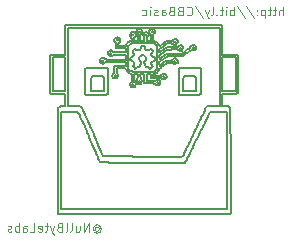
<source format=gbr>
G04 #@! TF.GenerationSoftware,KiCad,Pcbnew,(5.99.0-7341-g916db1094)*
G04 #@! TF.CreationDate,2020-12-04T14:01:58-06:00*
G04 #@! TF.ProjectId,CircuitBrains Basic v1_2,43697263-7569-4744-9272-61696e732042,rev?*
G04 #@! TF.SameCoordinates,Original*
G04 #@! TF.FileFunction,Legend,Bot*
G04 #@! TF.FilePolarity,Positive*
%FSLAX46Y46*%
G04 Gerber Fmt 4.6, Leading zero omitted, Abs format (unit mm)*
G04 Created by KiCad (PCBNEW (5.99.0-7341-g916db1094)) date 2020-12-04 14:01:58*
%MOMM*%
%LPD*%
G01*
G04 APERTURE LIST*
%ADD10C,0.200000*%
%ADD11C,0.120000*%
G04 APERTURE END LIST*
D10*
X95422191Y-103955406D02*
X95412427Y-103919292D01*
X101845172Y-95872019D02*
X101895401Y-95833491D01*
X99122645Y-95237935D02*
X99067084Y-95286160D01*
X102325518Y-97075628D02*
X102116711Y-97071549D01*
X102013070Y-97092188D01*
X101349347Y-96182228D02*
X101401046Y-96205459D01*
X95922295Y-103989013D02*
X95932456Y-104025128D01*
X96277892Y-104833372D02*
X96306677Y-104902520D01*
X95123378Y-98103821D02*
X95157889Y-98071582D01*
X103900941Y-104385759D02*
X103909341Y-104372289D01*
X104123128Y-96583819D02*
X104098689Y-96567613D01*
X102845811Y-96889633D02*
X103240913Y-96896847D01*
X101283652Y-98356107D02*
X101144316Y-98504984D01*
X100944756Y-98584259D01*
X100897769Y-98590661D01*
X99567191Y-95793545D02*
X99567191Y-95527602D01*
X99282749Y-99656376D02*
X99244820Y-99684126D01*
X99480950Y-99377076D02*
X99444832Y-99331857D01*
X96013419Y-104216665D02*
X96068859Y-104344456D01*
X99022634Y-98596289D02*
X98986519Y-98590545D01*
X103414788Y-105418694D02*
X103423113Y-105393689D01*
X99618543Y-99232629D02*
X99715981Y-99224491D01*
X104123189Y-103926642D02*
X104134302Y-103916671D01*
X101411704Y-98103026D02*
X101384770Y-98126677D01*
X99235517Y-96955344D02*
X99168024Y-96755975D01*
X99145588Y-96726986D01*
X99409538Y-95026790D02*
X99435095Y-94915667D01*
X97957346Y-98098224D02*
X97765828Y-98106325D01*
X98544804Y-98143956D02*
X98342004Y-98111918D01*
X107448567Y-100064431D02*
X107448567Y-100064431D01*
X101004238Y-98354388D02*
X101140058Y-98202355D01*
X101155540Y-98149370D01*
X101961353Y-97129804D02*
X101822855Y-97236361D01*
X101958147Y-96868403D02*
X102204425Y-96875411D01*
X100770106Y-97890982D02*
X100791287Y-97915983D01*
X94999967Y-101855557D02*
X95011079Y-101871964D01*
X102989739Y-100295061D02*
X102989739Y-99215562D01*
X98097528Y-97589599D02*
X97890102Y-97586313D01*
X97685714Y-97583108D01*
X97480113Y-97579908D01*
X97268332Y-97576644D01*
X97222431Y-97575944D01*
X101145097Y-99305051D02*
X101238644Y-99342759D01*
X103800897Y-105604851D02*
X103739780Y-105743173D01*
X100605368Y-95232718D02*
X100542008Y-95177408D01*
X101538693Y-98010243D02*
X101485985Y-98049365D01*
X103017206Y-100322527D02*
X102989739Y-100295061D01*
X104461724Y-103233280D02*
X104550240Y-103050361D01*
X104644347Y-102854429D01*
X104734160Y-102666552D01*
X96112331Y-104441538D02*
X96122319Y-104477654D01*
X95222168Y-103467045D02*
X95211056Y-103449927D01*
X98544798Y-96975241D02*
X98025296Y-96964257D01*
X107123531Y-109992363D02*
X107123718Y-108557462D01*
X106703899Y-100803901D02*
X106706780Y-101333078D01*
X101403388Y-96743321D02*
X101444602Y-96715860D01*
X100300482Y-99193928D02*
X100639406Y-99193928D01*
X100716087Y-97049869D02*
X100828400Y-97120269D01*
X98947070Y-96015799D02*
X98788354Y-96139420D01*
X97179442Y-97076447D02*
X97027362Y-96937764D01*
X97011587Y-96896446D01*
X95473273Y-104068108D02*
X95444416Y-103987546D01*
X97566913Y-97960235D02*
X97599716Y-97925912D01*
X101861070Y-97768956D02*
X101761742Y-97843294D01*
X95211056Y-103449927D02*
X95199943Y-103437412D01*
X100723181Y-97552064D02*
X100711713Y-97571507D01*
X97686931Y-98758325D02*
X97616923Y-98682762D01*
X101540504Y-96888103D02*
X101505870Y-96915884D01*
X103058763Y-98071582D02*
X103956833Y-98071582D01*
X93599812Y-94737914D02*
X93599812Y-98038280D01*
X96448095Y-105226025D02*
X96487105Y-105328813D01*
X99158760Y-95322477D02*
X99122645Y-95237935D01*
X104413237Y-100037294D02*
X104380997Y-100071804D01*
X101584623Y-97415953D02*
X101561309Y-97429840D01*
X92136306Y-97015935D02*
X92335296Y-96971899D01*
X92431021Y-96971486D01*
X99822735Y-97601995D02*
X99783844Y-97717686D01*
X99913121Y-94966559D02*
X99908313Y-95095182D01*
X98544799Y-97757554D02*
X98544799Y-97596723D01*
X95733337Y-104672295D02*
X95722225Y-104650728D01*
X99122645Y-95337240D02*
X99158760Y-95322477D01*
X97027968Y-110024354D02*
X97340494Y-110023607D01*
X97657775Y-110022825D01*
X97977590Y-110022013D01*
X98297722Y-110021178D01*
X98615952Y-110020326D01*
X98930059Y-110019464D01*
X99237825Y-110018598D01*
X99537031Y-110017735D01*
X99825457Y-110016882D01*
X100100886Y-110016043D01*
X100361097Y-110015228D01*
X100603872Y-110014440D01*
X100826991Y-110013688D01*
X101028235Y-110012977D01*
X101284233Y-110012003D01*
X101356225Y-110011707D01*
X101935686Y-97460399D02*
X102184711Y-97460399D01*
X95157889Y-98071582D02*
X96055960Y-98071582D01*
X101322894Y-96109054D02*
X101332547Y-96131566D01*
X97637125Y-105573863D02*
X97859043Y-105574349D01*
X98088653Y-105575086D01*
X98319314Y-105576036D01*
X98544388Y-105577166D01*
X98757233Y-105578441D01*
X98995977Y-105580185D01*
X99225296Y-105582409D01*
X99256000Y-105582786D01*
X100645121Y-95523817D02*
X100645121Y-95254091D01*
X96602921Y-97500493D02*
X96602921Y-97500493D01*
X99246783Y-95507003D02*
X99226152Y-95515738D01*
X100567281Y-99393945D02*
X100168840Y-99393945D01*
X105556734Y-101967086D02*
X105467013Y-102151419D01*
X105446458Y-102194888D01*
X99756110Y-95259822D02*
X99756110Y-95526682D01*
X104305590Y-104567270D02*
X104245387Y-104703397D01*
X107357445Y-101445157D02*
X107383799Y-101487797D01*
X100844987Y-98738289D02*
X101161152Y-98738289D01*
X98544798Y-96606314D02*
X98544798Y-96441195D01*
X92150293Y-100243705D02*
X92121876Y-100213043D01*
X101716544Y-96510055D02*
X101789577Y-96454860D01*
X98571405Y-96146347D02*
X98668450Y-95969654D01*
X98839629Y-95843852D01*
X98958777Y-95805676D01*
X103334583Y-97096637D02*
X102975988Y-97089715D01*
X101606227Y-96593626D02*
X101622970Y-96585291D01*
X102933708Y-95812433D02*
X102933895Y-95912444D01*
X103760708Y-104689091D02*
X103849605Y-104505216D01*
X98998608Y-95507003D02*
X98959474Y-95473398D01*
X103489717Y-96726984D02*
X103505469Y-96715872D01*
X102498362Y-97700052D02*
X102288458Y-97649294D01*
X102248754Y-97649309D01*
X102483850Y-96018536D02*
X102274198Y-95992872D01*
X102234216Y-95993096D01*
X99313420Y-98137986D02*
X99192449Y-98043307D01*
X96306677Y-104902520D02*
X96368920Y-105044532D01*
X97689183Y-95951674D02*
X97658625Y-95931689D01*
X95422987Y-102833174D02*
X95472589Y-102949855D01*
X93344232Y-97157269D02*
X93128301Y-97161775D01*
X92906741Y-97165415D01*
X92808061Y-97166911D01*
X100532419Y-94885527D02*
X100597979Y-94824409D01*
X101664521Y-98584261D02*
X101781202Y-98584089D01*
X101935327Y-96591230D02*
X101856236Y-96654935D01*
X96422353Y-105177730D02*
X96432075Y-105194549D01*
X95631782Y-98816110D02*
X95644449Y-98804998D01*
X99222663Y-97643759D02*
X99214263Y-97615977D01*
X96479364Y-97233184D02*
X96627032Y-97225616D01*
X99192449Y-98043307D02*
X99192438Y-98043180D01*
X101706860Y-97640807D02*
X101789519Y-97577279D01*
X95262346Y-103575390D02*
X95222168Y-103467045D01*
X92766387Y-105918953D02*
X92766387Y-101477118D01*
X100597979Y-94824409D02*
X100745051Y-94787901D01*
X101962229Y-96571401D02*
X101935327Y-96591230D01*
X107390478Y-110383386D02*
X107376372Y-110417412D01*
X99029415Y-95533314D02*
X99019237Y-95515738D01*
X96794605Y-97569435D02*
X96772380Y-97604029D01*
X98962482Y-99656382D02*
X98869704Y-99473299D01*
X98870455Y-99442060D01*
X102599026Y-96093567D02*
X102483850Y-96018536D01*
X97801151Y-95671670D02*
X97744715Y-95726378D01*
X104324580Y-96593635D02*
X104295368Y-96604748D01*
X101934002Y-96054675D02*
X101867327Y-96104681D01*
X102184711Y-97460399D02*
X102433736Y-97460399D01*
X97632519Y-97891585D02*
X97835853Y-97898137D01*
X103911229Y-98793885D02*
X104377093Y-98793885D01*
X101641920Y-96271367D02*
X101607128Y-96296369D01*
X104903841Y-109999248D02*
X107123531Y-109992363D01*
X93008120Y-100064429D02*
X93399872Y-100057096D01*
X103905568Y-96438063D02*
X103973006Y-96385829D01*
X104823230Y-103503095D02*
X104812117Y-103516621D01*
X98891718Y-97304162D02*
X98974114Y-97138143D01*
X99614857Y-99178511D02*
X99618543Y-99232629D01*
X104397408Y-96558901D02*
X104324580Y-96593635D01*
X101709689Y-97321540D02*
X101659683Y-97356585D01*
X99028206Y-97127030D02*
X99076654Y-97115918D01*
X99677351Y-97971702D02*
X99599726Y-98034103D01*
X103814636Y-96493624D02*
X103862975Y-96465843D01*
X99489372Y-98027256D02*
X99478278Y-98038368D01*
X99686980Y-96554062D02*
X99779923Y-96376763D01*
X99783153Y-96360279D01*
X102449245Y-97424285D02*
X102557977Y-97308551D01*
X105617938Y-101844208D02*
X105556734Y-101967086D01*
X103373545Y-105494627D02*
X103414788Y-105418694D01*
X92321895Y-100071812D02*
X92469134Y-100071789D01*
X101761742Y-97843294D02*
X101678398Y-97904600D01*
X96421647Y-106072442D02*
X96400078Y-106061329D01*
X99798367Y-98993923D02*
X99848446Y-99034531D01*
X99800552Y-94815563D02*
X99896602Y-94929788D01*
X98894067Y-95387256D02*
X98870224Y-95266538D01*
X102726855Y-95836099D02*
X102623009Y-95865783D01*
X101350392Y-98195217D02*
X101332882Y-98255565D01*
X103345251Y-96826776D02*
X103478623Y-96738097D01*
X101444602Y-96715860D02*
X101456519Y-96707526D01*
X101425594Y-99426860D02*
X101400589Y-99462179D01*
X100712450Y-96793650D02*
X100656126Y-96895989D01*
X103578623Y-96907129D02*
X103561954Y-96915894D01*
X105260509Y-101571990D02*
X105349300Y-101403426D01*
X96644559Y-99432525D02*
X96644559Y-100002779D01*
X100438259Y-98042104D02*
X100323391Y-98026146D01*
X95959879Y-105197939D02*
X95910527Y-105089004D01*
X99706837Y-95055376D02*
X99700944Y-94988313D01*
X103622032Y-104980259D02*
X103700920Y-104805239D01*
X97316884Y-96604747D02*
X97345910Y-96615860D01*
X99848446Y-99034531D02*
X99922661Y-99205059D01*
X102724922Y-95897397D02*
X102724922Y-95897397D01*
X100828400Y-97120269D02*
X101003418Y-97154408D01*
X101791413Y-96707336D02*
X101772873Y-96715861D01*
X97509699Y-98516063D02*
X97522468Y-98504951D01*
X104112041Y-104972353D02*
X104100929Y-104984738D01*
X101384770Y-98126677D02*
X101350392Y-98195217D01*
X93399759Y-94415644D02*
X100050495Y-94415644D01*
X97130084Y-96638085D02*
X97144643Y-96626972D01*
X100700600Y-97586688D02*
X100677062Y-97658515D01*
X104100929Y-104984738D02*
X104029970Y-105143091D01*
X103389785Y-100017252D02*
X103390159Y-99436128D01*
X99144877Y-97883207D02*
X99194883Y-97801092D01*
X92121876Y-100213043D02*
X92122194Y-98622824D01*
X104200631Y-103769434D02*
X104212080Y-103749993D01*
X103561954Y-96915894D02*
X103545061Y-96924228D01*
X96986364Y-100329969D02*
X96769758Y-100342270D01*
X96558411Y-100344606D01*
X96311880Y-100346061D01*
X96062733Y-100347012D01*
X94830503Y-101473781D02*
X94899956Y-101622192D01*
X94572307Y-101960860D02*
X94533430Y-101871960D01*
X99539289Y-99425266D02*
X99480950Y-99377076D01*
X102884473Y-96504167D02*
X102714008Y-96515603D01*
X101606850Y-96840708D02*
X101576797Y-96860323D01*
X95088866Y-98136061D02*
X95123378Y-98103821D01*
X102900758Y-97650407D02*
X102864641Y-97696531D01*
X94130426Y-101338833D02*
X94361925Y-101339201D01*
X94571125Y-101341691D01*
X94705489Y-101359378D01*
X101927415Y-97721542D02*
X101891124Y-97749323D01*
X103116653Y-96365066D02*
X103089751Y-96404017D01*
X97505794Y-96953274D02*
X97453101Y-97007074D01*
X100133775Y-97743904D02*
X100107135Y-97680895D01*
X92431021Y-96971486D02*
X92642880Y-96970020D01*
X92848897Y-96967313D01*
X93031238Y-96964134D01*
X103823122Y-105572413D02*
X103812009Y-105594636D01*
X99658287Y-97288299D02*
X99722744Y-97480398D01*
X99762148Y-97521685D01*
X101653088Y-96016134D02*
X101684439Y-95993564D01*
X99306356Y-99287750D02*
X99374775Y-99442055D01*
X97037244Y-96728676D02*
X97130084Y-96638085D01*
X98636936Y-98379541D02*
X98553658Y-98193085D01*
X98544804Y-98143956D01*
X101195940Y-99543906D02*
X101092223Y-99530062D01*
X100305015Y-95515734D02*
X100293902Y-95533310D01*
X93399872Y-100057096D02*
X93397054Y-98605959D01*
X100872682Y-95793542D02*
X101071962Y-95845992D01*
X101159979Y-95893553D01*
X99908313Y-95095182D02*
X99792227Y-95238420D01*
X104380997Y-100071804D02*
X103912675Y-100071804D01*
X95311114Y-102572036D02*
X95322227Y-102588854D01*
X103956833Y-98071582D02*
X104854904Y-98071582D01*
X101483525Y-96929773D02*
X101397802Y-96997013D01*
X101445116Y-98085478D02*
X101428372Y-98093803D01*
X95844508Y-103811115D02*
X95872289Y-103885425D01*
X101256222Y-99305051D02*
X101196417Y-99260603D01*
X100644964Y-98736804D02*
X100644964Y-98593860D01*
X97144643Y-96626972D02*
X97171768Y-96615860D01*
X96582680Y-105547365D02*
X96590536Y-105572366D01*
X100154397Y-96513882D02*
X100217220Y-96551172D01*
X102934786Y-96264615D02*
X103000559Y-96200775D01*
X102800764Y-96082455D02*
X102773638Y-96093567D01*
X107096920Y-101853581D02*
X106879055Y-101851167D01*
X106676560Y-101849818D01*
X106468973Y-101848619D01*
X106356822Y-101848025D01*
X100084299Y-110417412D02*
X92792178Y-110417412D01*
X104907610Y-100300203D02*
X104887235Y-100329969D01*
X97537948Y-98493838D02*
X97560173Y-98476253D01*
X103505469Y-96715872D02*
X103524912Y-96706699D01*
X101794223Y-95909857D02*
X101845172Y-95872019D01*
X96030666Y-105372369D02*
X96022259Y-105350801D01*
X98544799Y-97596723D02*
X98097528Y-97589599D01*
X99289378Y-96460271D02*
X99362837Y-96484325D01*
X96644559Y-100002779D02*
X96612320Y-100037294D01*
X93400001Y-101338610D02*
X93397120Y-100796883D01*
X96133432Y-104494472D02*
X96144544Y-104509757D01*
X101765160Y-98858336D02*
X101695153Y-98782773D01*
X102566790Y-97741723D02*
X102498362Y-97700052D01*
X96311509Y-97413183D02*
X96435670Y-97251843D01*
X96479364Y-97233184D01*
X96011146Y-105322361D02*
X96000034Y-105300071D01*
X101841864Y-99046375D02*
X101639393Y-99058333D01*
X101603056Y-99046001D01*
X101356137Y-97587963D02*
X101356137Y-97723295D01*
X93599812Y-98038280D02*
X93599812Y-101338646D01*
X100166566Y-97094901D02*
X99977709Y-97013873D01*
X99950628Y-97013447D01*
X98025296Y-96964257D02*
X97505794Y-96953274D01*
X101603056Y-99046001D02*
X101500613Y-98947806D01*
X104101131Y-96159561D02*
X104299621Y-96126133D01*
X104320511Y-96132629D01*
X97220542Y-96812056D02*
X97218614Y-96873355D01*
X96560195Y-97515611D02*
X96602921Y-97500493D01*
X104223162Y-104727680D02*
X104173158Y-104842780D01*
X103194139Y-96424178D02*
X103116653Y-96365066D01*
X103024253Y-98103821D02*
X103058763Y-98071582D01*
X104852078Y-102421656D02*
X104901047Y-102307757D01*
X100144980Y-95286160D02*
X100200542Y-95337240D01*
X101500613Y-98947806D02*
X101291644Y-98939484D01*
X101102086Y-98938340D01*
X95433303Y-103972224D02*
X95422191Y-103955406D01*
X95544475Y-103117286D02*
X95573428Y-103191244D01*
X104173158Y-104842780D02*
X104123154Y-104959650D01*
X96022259Y-105350801D02*
X96011146Y-105322361D01*
X101589558Y-96602024D02*
X101606227Y-96593626D01*
X99611033Y-95005632D02*
X99706846Y-95055376D01*
X100674258Y-98909046D02*
X100644964Y-98736804D01*
X101721466Y-96215805D02*
X101680834Y-96243586D01*
X97975290Y-97389784D02*
X98544798Y-97396844D01*
X93008123Y-100064437D02*
X93008123Y-100064437D01*
X99067084Y-95286160D02*
X99122645Y-95337240D01*
X103423113Y-105393689D02*
X103434225Y-105372392D01*
X99444954Y-94900148D02*
X99544695Y-94801378D01*
X107993043Y-96982235D02*
X108023600Y-97006434D01*
X100942494Y-98384262D02*
X100942444Y-98384363D01*
X99258713Y-99254794D02*
X99306356Y-99287750D01*
X101505870Y-96915884D02*
X101483525Y-96929773D01*
X103194132Y-96424178D02*
X103194132Y-96424178D01*
X101856252Y-96404495D02*
X101900700Y-96369459D01*
X102766035Y-95632981D02*
X102917999Y-95771338D01*
X102933708Y-95812433D01*
X93397054Y-98605959D02*
X93394237Y-97154822D01*
X102910617Y-97638195D02*
X102900758Y-97650407D01*
X99896602Y-94929788D02*
X99913121Y-94966559D01*
X99561523Y-98599409D02*
X99392059Y-98596341D01*
X101800632Y-97004515D02*
X101831513Y-96980653D01*
X95722225Y-104650728D02*
X95711112Y-104622290D01*
X98788354Y-96139420D02*
X98750429Y-96199153D01*
X99022647Y-97471066D02*
X98928192Y-97451454D01*
X101161152Y-98738289D02*
X101477322Y-98738289D01*
X101610419Y-97396214D02*
X101584623Y-97415953D01*
X99951124Y-96240514D02*
X100096181Y-96237427D01*
X99794528Y-99416193D02*
X99775426Y-99430074D01*
X100537946Y-96488004D02*
X100616506Y-96462744D01*
X108023600Y-97006434D02*
X108023600Y-98604997D01*
X101022861Y-97299589D02*
X101022861Y-97436442D01*
X103044665Y-100349987D02*
X103017206Y-100322527D01*
X103330520Y-105580579D02*
X103330513Y-105580749D01*
X100300482Y-98593860D02*
X100300482Y-98893894D01*
X102248754Y-97649309D02*
X102045515Y-97655970D01*
X101978434Y-97684430D01*
X99162332Y-99500313D02*
X99162332Y-99500313D01*
X104909447Y-102294287D02*
X104933599Y-102258172D01*
X96400078Y-106061329D02*
X96385490Y-106050217D01*
X104812117Y-103516621D02*
X104801005Y-103526817D01*
X99003692Y-95063181D02*
X99205695Y-95051040D01*
X99241698Y-95063181D01*
X95371981Y-103827764D02*
X95291061Y-103640673D01*
X95262346Y-103575390D01*
X101722934Y-98871671D02*
X101765160Y-98858332D01*
X97560173Y-98476253D02*
X97566699Y-98272106D01*
X97566913Y-98209458D01*
X102814646Y-96070974D02*
X102800764Y-96082455D01*
X93183321Y-101338610D02*
X93400001Y-101338610D01*
X100077809Y-95500491D02*
X99954059Y-95336203D01*
X99998871Y-95132273D01*
X100031047Y-95098272D01*
X99950628Y-97013447D02*
X99765470Y-97071559D01*
X107123718Y-108557462D02*
X107123500Y-108293013D01*
X107122817Y-107939993D01*
X107122319Y-107734821D01*
X107121726Y-107512967D01*
X107121045Y-107276252D01*
X107120285Y-107026497D01*
X107119452Y-106765523D01*
X107118553Y-106495149D01*
X107117596Y-106217196D01*
X107116588Y-105933485D01*
X107115536Y-105645836D01*
X107114447Y-105356070D01*
X107113330Y-105066007D01*
X107112191Y-104777468D01*
X107111036Y-104492272D01*
X107109875Y-104212242D01*
X107108714Y-103939197D01*
X107107559Y-103674957D01*
X107106420Y-103421343D01*
X107105302Y-103180176D01*
X107104213Y-102953277D01*
X107103160Y-102742464D01*
X107101193Y-102376385D01*
X107099458Y-102096502D01*
X107097420Y-101870154D01*
X107096920Y-101853581D01*
X102945232Y-96562534D02*
X102884473Y-96504167D01*
X100844987Y-98595974D02*
X100844987Y-98667130D01*
X93366459Y-100256466D02*
X93155374Y-100260229D01*
X92931925Y-100263562D01*
X92758694Y-100266063D01*
X98544799Y-97918385D02*
X98544799Y-97757554D01*
X102644810Y-97488589D02*
X102623034Y-97523712D01*
X100293902Y-95533310D02*
X100300637Y-95672215D01*
X102135165Y-106112982D02*
X101906657Y-106111809D01*
X101639795Y-106110529D01*
X101340651Y-106109167D01*
X101126288Y-106108224D01*
X100902076Y-106107264D01*
X100669815Y-106106292D01*
X100431306Y-106105316D01*
X100188348Y-106104344D01*
X99942741Y-106103382D01*
X99696284Y-106102439D01*
X99450776Y-106101521D01*
X99208019Y-106100635D01*
X98969810Y-106099790D01*
X98737951Y-106098992D01*
X98624965Y-106098614D01*
X96576176Y-98793885D02*
X96610368Y-98828076D01*
X101003418Y-97154408D02*
X101022861Y-97299589D01*
X96222283Y-105810981D02*
X96212401Y-105789842D01*
X105173012Y-101755344D02*
X105200737Y-101692375D01*
X96055960Y-98071582D02*
X96954029Y-98071582D01*
X105112969Y-101874796D02*
X105137121Y-101838680D01*
X96052773Y-105416264D02*
X96030666Y-105372369D01*
X98986519Y-98590545D02*
X98787733Y-98522153D01*
X98636936Y-98379541D01*
X102234216Y-95993096D02*
X102031425Y-95998587D01*
X102001070Y-96002682D01*
X105045476Y-103039693D02*
X105034364Y-103049889D01*
X99000409Y-99685392D02*
X98962482Y-99656382D01*
X99484516Y-99030486D02*
X99565843Y-98846947D01*
X99564572Y-98781214D01*
X97658625Y-95931689D02*
X97549687Y-95763350D01*
X97560653Y-95643915D01*
X95910527Y-105089004D02*
X95828416Y-104894796D01*
X95773307Y-104768180D01*
X96430006Y-97671546D02*
X96337167Y-97580955D01*
X93044148Y-101849570D02*
X93044139Y-105947327D01*
X100982319Y-97449820D02*
X100879529Y-97472210D01*
X100764475Y-94978051D02*
X100703321Y-95058417D01*
X103973006Y-96385829D02*
X103995055Y-96319376D01*
X98012938Y-95585607D02*
X98038107Y-95618120D01*
X100297454Y-96585400D02*
X100399487Y-96585624D01*
X108023600Y-100203562D02*
X107996045Y-100225239D01*
X104189872Y-96362973D02*
X104281550Y-96400375D01*
X100506688Y-95135541D02*
X100500924Y-94935090D01*
X100507249Y-94918040D01*
X95588921Y-100017252D02*
X95589239Y-99436128D01*
X95300002Y-102556714D02*
X95311114Y-102572036D01*
X95659845Y-104497866D02*
X95610493Y-104388934D01*
X101984667Y-97115915D02*
X101961353Y-97129804D01*
X104445476Y-100002779D02*
X104413237Y-100037294D01*
X103849605Y-104505216D02*
X103900941Y-104385759D01*
X94622316Y-102077537D02*
X94572307Y-101960860D01*
X100100780Y-95679640D02*
X100106898Y-95543474D01*
X103995055Y-96319376D02*
X104101131Y-96159561D01*
X102727764Y-97550226D02*
X102727764Y-97550226D01*
X99346756Y-98129904D02*
X99313420Y-98137986D01*
X100844987Y-98667130D02*
X100844987Y-98738289D01*
X95030116Y-103027643D02*
X94949894Y-102841417D01*
X94921600Y-102777617D01*
X99374775Y-99442055D02*
X99312811Y-99632314D01*
X99282749Y-99656376D01*
X99567191Y-95261662D02*
X99531076Y-95236933D01*
X99233775Y-97671537D02*
X99222663Y-97643759D01*
X99241698Y-95063181D02*
X99368133Y-95224794D01*
X99375164Y-95266538D01*
X95222567Y-102366462D02*
X95299468Y-102551866D01*
X95300002Y-102556714D01*
X102864641Y-97696531D02*
X102674518Y-97770660D01*
X102566790Y-97741723D01*
X102933895Y-95912444D02*
X102814646Y-96070974D01*
X99111543Y-96671426D02*
X99114322Y-96632725D01*
X101789577Y-96454860D02*
X101856252Y-96404495D01*
X103712032Y-104794575D02*
X103723145Y-104780769D01*
X98447565Y-96434077D02*
X98233185Y-96424970D01*
X98047521Y-96419696D01*
X104445476Y-99432525D02*
X104445476Y-100002779D01*
X101561309Y-97429840D02*
X101436703Y-97527006D01*
X100502439Y-98080298D02*
X100487809Y-98071562D01*
X104923287Y-98139965D02*
X104923287Y-99212247D01*
X104036153Y-104118331D02*
X104120436Y-103934871D01*
X104123189Y-103926642D01*
X99765470Y-97071559D02*
X99663680Y-97247615D01*
X99658287Y-97288299D01*
X99076654Y-97115918D02*
X99201948Y-97027019D01*
X99135542Y-97893786D02*
X99144877Y-97883207D01*
X96122319Y-104477654D02*
X96133432Y-104494472D01*
X99928351Y-95793541D02*
X100100593Y-95793541D01*
X103512505Y-106094685D02*
X103483193Y-106107426D01*
X98870224Y-95266538D02*
X98968896Y-95085166D01*
X99003692Y-95063181D01*
X101356141Y-97028137D02*
X101356141Y-97171387D01*
X99531076Y-95236933D02*
X99444954Y-95149510D01*
X101196417Y-99260603D02*
X101145097Y-99305051D01*
X100472879Y-95793542D02*
X100645121Y-95793542D01*
X102200616Y-95793543D02*
X102402442Y-95791013D01*
X102445239Y-95773306D01*
X102989739Y-99215562D02*
X102989739Y-98136061D01*
X103717016Y-96809249D02*
X103641167Y-96860458D01*
X96210445Y-104677823D02*
X96248962Y-104764248D01*
X95116330Y-100322527D02*
X95088866Y-100295061D01*
X106706780Y-101333078D02*
X106956808Y-101338653D01*
X100688044Y-97768342D02*
X100740413Y-97843753D01*
X95616197Y-100044528D02*
X95588921Y-100017252D01*
X101554615Y-98638278D02*
X101584640Y-98618624D01*
X99564572Y-98781214D02*
X99561523Y-98599409D01*
X100236656Y-95322477D02*
X100200542Y-95237935D01*
X96561246Y-97715989D02*
X96505684Y-97704878D01*
X103417059Y-100044528D02*
X103389785Y-100017252D01*
X99806067Y-96243599D02*
X99951124Y-96240514D01*
X95744450Y-104687617D02*
X95733337Y-104672295D01*
X101845097Y-98605102D02*
X101886080Y-98636292D01*
X99019237Y-95515738D02*
X98998608Y-95507003D01*
X97345910Y-96615860D02*
X97478291Y-96712753D01*
X101523192Y-96654807D02*
X101589558Y-96602024D01*
X107176178Y-100267592D02*
X106701018Y-100274719D01*
X102714008Y-96515603D02*
X102487667Y-96519429D01*
X102283365Y-96528021D01*
X102071886Y-96542886D01*
X101988710Y-96556515D01*
X103445338Y-105360550D02*
X103494242Y-105246648D01*
X104923287Y-99212247D02*
X104923216Y-99448596D01*
X104922978Y-99648744D01*
X104922326Y-99864324D01*
X104920429Y-100091804D01*
X104911065Y-100291942D01*
X104907610Y-100300203D01*
X105034364Y-103049889D02*
X105023251Y-103063396D01*
X97896703Y-98750266D02*
X97789439Y-98926695D01*
X97732196Y-98954427D01*
X104295368Y-96604748D02*
X104184244Y-96604748D01*
X102684085Y-96115792D02*
X102628524Y-96104680D01*
X101754334Y-96724387D02*
X101689511Y-96777003D01*
X100645121Y-95254091D02*
X100605368Y-95232718D01*
X101072975Y-99093912D02*
X101092204Y-99080068D01*
X99783153Y-96360279D02*
X99806067Y-96243599D01*
X96610368Y-98828076D02*
X96644559Y-98862270D01*
X101428372Y-98093803D02*
X101411704Y-98103026D01*
X101680834Y-96243586D02*
X101641920Y-96271367D01*
X106956808Y-101338653D02*
X107164439Y-101345942D01*
X107268966Y-101373377D01*
X106498469Y-98035502D02*
X106501275Y-94737914D01*
X100939557Y-96004687D02*
X100693891Y-95996813D01*
X100477871Y-95994788D01*
X100223378Y-95993574D01*
X99949774Y-95993169D01*
X99676420Y-95993574D01*
X99422679Y-95994788D01*
X99207912Y-95996813D01*
X98989166Y-96001987D01*
X98967119Y-96004687D01*
X100200542Y-95337240D02*
X100236656Y-95322477D01*
X95444416Y-103987546D02*
X95433303Y-103972224D01*
X96156697Y-105658630D02*
X96073722Y-105473299D01*
X96052773Y-105416264D01*
X95812297Y-103741458D02*
X95822283Y-103777572D01*
X103786039Y-96758687D02*
X103717016Y-96809249D01*
X96772380Y-97604029D02*
X96645483Y-97693768D01*
X99067025Y-99705604D02*
X99067025Y-99705604D01*
X103483193Y-106107426D02*
X103256126Y-106115374D01*
X103050655Y-106116082D01*
X102830863Y-106115875D01*
X102557651Y-106114997D01*
X102315376Y-106113908D01*
X102135165Y-106112982D01*
X96111760Y-100071804D02*
X95643439Y-100071804D01*
X101456519Y-96707526D02*
X101523192Y-96654807D01*
X103545061Y-96924228D02*
X103489498Y-96965418D01*
X94822169Y-101458796D02*
X94830503Y-101473781D01*
X104534311Y-104094464D02*
X104523198Y-104116689D01*
X100791287Y-97915983D02*
X100800622Y-97935680D01*
X104933599Y-102258172D02*
X105019472Y-102074504D01*
X105023283Y-102066483D01*
X101695153Y-98782773D02*
X101722934Y-98871671D01*
X97006736Y-100300203D02*
X96986364Y-100329969D01*
X99022634Y-98914933D02*
X99022634Y-98596289D01*
X96444566Y-97682657D02*
X96430006Y-97671546D01*
X103394546Y-96404717D02*
X103315040Y-96588298D01*
X103278615Y-96616353D01*
X95714301Y-103516584D02*
X95794326Y-103702402D01*
X95812297Y-103741458D01*
X102623009Y-95865783D02*
X102724922Y-95897397D01*
X104098689Y-96567613D02*
X103986706Y-96619727D01*
X99477823Y-96564896D02*
X99615669Y-96584462D01*
X105137121Y-101838680D02*
X105145577Y-101819239D01*
X104500973Y-104149109D02*
X104413479Y-104343788D01*
X104325060Y-104527456D01*
X104305590Y-104567270D01*
X97842504Y-95757993D02*
X97842504Y-95757993D01*
X95643439Y-100071804D02*
X95616197Y-100044528D01*
X93044139Y-105947327D02*
X93044129Y-110045082D01*
X107331858Y-96966160D02*
X107962483Y-96958037D01*
X99761529Y-98599424D02*
X99758480Y-98780515D01*
X106701233Y-95694963D02*
X106701233Y-96974283D01*
X99615669Y-96584462D02*
X99686980Y-96554062D01*
X97689501Y-96153197D02*
X97689183Y-95951674D01*
X107996045Y-100225239D02*
X107781957Y-100254760D01*
X107546137Y-100261301D01*
X107297432Y-100265723D01*
X107176178Y-100267592D01*
X106701261Y-98623445D02*
X106701261Y-100071804D01*
X95172502Y-102249781D02*
X95222567Y-102366462D01*
X96432075Y-105194549D02*
X96448095Y-105226025D01*
X95122447Y-103244333D02*
X95041772Y-103055545D01*
X95030116Y-103027643D01*
X101238644Y-99342759D02*
X101238644Y-99342759D01*
X99409416Y-99205038D02*
X99434973Y-99093915D01*
X98440421Y-96236995D02*
X98541577Y-96238042D01*
X101195921Y-99066186D02*
X101347807Y-99102779D01*
X99194883Y-97801092D02*
X99233775Y-97671537D01*
X98938876Y-99287754D02*
X98986519Y-99254800D01*
X102770197Y-97290094D02*
X102800755Y-97306089D01*
X95199943Y-103437412D02*
X95122447Y-103244333D01*
X103524912Y-96706699D02*
X103661963Y-96604748D01*
X101663838Y-96549177D02*
X101716544Y-96510055D01*
X100100593Y-95793541D02*
X100100780Y-95679640D01*
X101468729Y-96403971D02*
X101356169Y-96486569D01*
X98050234Y-95723687D02*
X98028008Y-95847264D01*
X101900700Y-96369459D02*
X102114045Y-96335261D01*
X102228514Y-96331337D01*
X97027922Y-110024297D02*
X97027922Y-110024297D01*
X97022413Y-99212247D02*
X97022342Y-99448596D01*
X97022103Y-99648744D01*
X97021450Y-99864324D01*
X97019552Y-100091804D01*
X97010189Y-100291942D01*
X97006736Y-100300203D01*
X100711713Y-97571507D02*
X100700600Y-97586688D01*
X101159979Y-95893553D02*
X101293683Y-96045871D01*
X101322894Y-96109054D01*
X101356141Y-97171387D02*
X101391361Y-97313034D01*
X98624965Y-106098614D02*
X98403877Y-106097830D01*
X98188929Y-106096972D01*
X97981236Y-106096048D01*
X97685742Y-106094557D01*
X97412848Y-106092966D01*
X97166318Y-106091304D01*
X96949919Y-106089600D01*
X96714762Y-106087310D01*
X96494534Y-106083979D01*
X96449068Y-106081927D01*
X98959474Y-95473398D02*
X98894067Y-95387256D01*
X101735833Y-96207280D02*
X101721466Y-96215805D01*
X101450597Y-99305047D02*
X101425594Y-99426860D01*
X99362837Y-96484325D02*
X99422691Y-96525681D01*
X94772411Y-102427575D02*
X94689715Y-102232756D01*
X94622316Y-102077537D01*
X101092223Y-99530062D02*
X101072973Y-99516181D01*
X99215975Y-95533314D02*
X99222710Y-95672218D01*
X95911183Y-103972194D02*
X95922295Y-103989013D01*
X95331990Y-102624970D02*
X95372437Y-102716493D01*
X99922661Y-99205059D02*
X99838582Y-99387959D01*
X99794528Y-99416193D01*
X96487105Y-105328813D02*
X96570141Y-105514228D01*
X96582680Y-105547365D01*
X103417080Y-100044530D02*
X103417059Y-100044528D01*
X99712884Y-97891288D02*
X99677351Y-97971702D01*
X99771575Y-98977760D02*
X99798367Y-98993923D01*
X99022634Y-99233581D02*
X99022634Y-98914933D01*
X99226152Y-95515738D02*
X99215975Y-95533314D01*
X100100457Y-98593288D02*
X99930993Y-98596356D01*
X104377093Y-98793885D02*
X104411285Y-98828076D01*
X100703557Y-98938340D02*
X100674258Y-98909046D01*
X101332882Y-98255565D02*
X101322817Y-98278336D01*
X103434225Y-105372392D02*
X103445338Y-105360550D01*
X96110312Y-98793885D02*
X96576176Y-98793885D01*
X96212401Y-105789842D02*
X96195549Y-105755967D01*
X100542008Y-95177408D02*
X100506688Y-95135541D01*
X97478291Y-96712753D02*
X97510624Y-96756718D01*
X95088866Y-99215562D02*
X95088866Y-98136061D01*
X100096181Y-96237427D02*
X100108734Y-96290519D01*
X97779627Y-98513394D02*
X97894469Y-98678167D01*
X97896703Y-98750266D01*
X100703321Y-95058417D02*
X100793875Y-95046249D01*
X95372437Y-102716493D02*
X95422987Y-102833174D01*
X99444954Y-95149510D02*
X99435095Y-95137913D01*
X101365149Y-96757212D02*
X101403388Y-96743321D01*
X99201948Y-97027019D02*
X99235517Y-96955344D01*
X100870063Y-95238824D02*
X100845082Y-95451360D01*
X100845062Y-95521014D01*
X105289317Y-102522062D02*
X105192231Y-102722452D01*
X105104495Y-102906060D01*
X105045476Y-103039693D01*
X99122908Y-96685314D02*
X99111543Y-96671426D01*
X103834234Y-105550188D02*
X103823122Y-105572413D01*
X96195549Y-105755967D02*
X96156697Y-105658630D01*
X102445239Y-95773306D02*
X102592168Y-95636446D01*
X102598064Y-95634365D01*
X107962483Y-96958037D02*
X107993043Y-96982235D01*
X101155435Y-96244283D02*
X101108389Y-96126691D01*
X100215418Y-97435144D02*
X100236905Y-97225512D01*
X100166566Y-97094901D01*
X103678418Y-105891301D02*
X103568594Y-106067284D01*
X103512505Y-106094685D01*
X99722725Y-97855172D02*
X99712884Y-97891288D01*
X100472722Y-98593860D02*
X100300482Y-98593860D01*
X107448567Y-100064431D02*
X107823609Y-100057098D01*
X100300482Y-98893894D02*
X100300482Y-99193928D01*
X100323391Y-98026146D02*
X100255187Y-98027269D01*
X101322817Y-98278336D02*
X101283652Y-98356107D01*
X98047521Y-96419696D02*
X97844191Y-96412367D01*
X97744710Y-96403022D01*
X105349300Y-101403426D02*
X105470383Y-101327088D01*
X97171768Y-96615860D02*
X97205761Y-96604747D01*
X102739647Y-96104680D02*
X102684085Y-96115792D01*
X95143795Y-100349987D02*
X95116330Y-100322527D01*
X103390159Y-99436128D02*
X103390564Y-99196566D01*
X103393069Y-98978049D01*
X103432701Y-98816110D01*
X100134647Y-99359753D02*
X100100457Y-99325560D01*
X99567191Y-95527602D02*
X99567191Y-95261662D01*
X100897769Y-98590661D02*
X100844987Y-98595974D01*
X101400589Y-99462179D02*
X101347807Y-99507257D01*
X96644559Y-98862270D02*
X96644559Y-99432525D01*
X97616923Y-98682762D02*
X97644704Y-98771660D01*
X100961984Y-96015799D02*
X100939557Y-96004687D01*
X103149908Y-96165860D02*
X103253623Y-96179694D01*
X99122645Y-99416174D02*
X99067084Y-99465857D01*
X103253623Y-96179694D02*
X103272346Y-96193583D01*
X101485985Y-98049365D02*
X101445116Y-98085478D01*
X98774604Y-98224476D02*
X98897162Y-98354550D01*
X93535859Y-110038216D02*
X93753257Y-110036282D01*
X93963533Y-110034994D01*
X94226303Y-110033639D01*
X94427661Y-110032711D01*
X94647874Y-110031771D01*
X94885150Y-110030826D01*
X95137700Y-110029883D01*
X95403734Y-110028949D01*
X95681460Y-110028032D01*
X95969088Y-110027138D01*
X96264829Y-110026275D01*
X96566891Y-110025449D01*
X96873485Y-110024668D01*
X97027922Y-110024297D01*
X97510624Y-96756718D02*
X97852692Y-96764055D01*
X101436703Y-97527006D02*
X101356137Y-97587963D01*
X98747475Y-97182083D02*
X98744519Y-98165011D01*
X101467264Y-97254959D02*
X101533939Y-97204448D01*
X98541577Y-96238042D02*
X98571405Y-96146347D01*
X101975330Y-98843018D02*
X101876659Y-99024389D01*
X101841864Y-99046375D01*
X96590536Y-105572366D02*
X97637125Y-105573863D01*
X94911068Y-101638618D02*
X94922181Y-101655436D01*
X107103122Y-97167728D02*
X106701261Y-97175086D01*
X103278615Y-96616353D02*
X103145267Y-96643606D01*
X100217220Y-96551172D02*
X100297454Y-96585400D01*
X97765828Y-98106325D02*
X97755997Y-98307816D01*
X95822283Y-103777572D02*
X95833396Y-103794390D01*
X98544798Y-97396844D02*
X98544798Y-97186042D01*
X97599716Y-97925912D02*
X97632519Y-97891585D01*
X98974114Y-97138143D02*
X99028206Y-97127030D01*
X106887394Y-100071783D02*
X107091531Y-100070087D01*
X107308616Y-100066942D01*
X107448567Y-100064431D01*
X99444832Y-99331857D02*
X99434973Y-99316162D01*
X103445366Y-98804998D02*
X103649286Y-98795237D01*
X103856036Y-98793930D01*
X103911229Y-98793885D01*
X99192438Y-98043180D02*
X99113657Y-97921343D01*
X97744710Y-96403022D02*
X97732044Y-96393612D01*
X104545423Y-104081106D02*
X104534311Y-104094464D01*
X99715979Y-99224487D02*
X99614857Y-99178511D01*
X102936174Y-97527071D02*
X102910617Y-97638195D01*
X101898717Y-97490780D02*
X101935686Y-97460399D01*
X100845062Y-95521014D02*
X100845062Y-95793542D01*
X102709129Y-96321558D02*
X102900818Y-96307484D01*
X95610493Y-104388934D02*
X95528382Y-104194725D01*
X95473273Y-104068108D01*
X102900818Y-96307484D02*
X102910041Y-96293596D01*
X107664296Y-97160370D02*
X107452605Y-97162287D01*
X107250636Y-97165205D01*
X107103122Y-97167728D01*
X97805863Y-95471287D02*
X97989966Y-95558266D01*
X98012938Y-95585607D01*
X95412427Y-103919292D02*
X95371981Y-103827764D01*
X102727764Y-97550226D02*
X102644810Y-97488589D01*
X103641167Y-96860458D02*
X103578623Y-96907129D01*
X100644964Y-98593860D02*
X100472722Y-98593860D01*
X104239322Y-96316186D02*
X104189872Y-96362973D01*
X104877494Y-103378081D02*
X104823230Y-103503095D01*
X100677062Y-97658515D02*
X100653522Y-97715157D01*
X96505684Y-97704878D02*
X96471691Y-97693768D01*
X95088866Y-100295061D02*
X95088866Y-99215562D01*
X103862975Y-96465843D02*
X103905568Y-96438063D01*
X97880504Y-96091174D02*
X97883658Y-96210257D01*
X102228514Y-96331337D02*
X102439308Y-96325568D01*
X102652231Y-96321907D01*
X102709129Y-96321558D01*
X97842504Y-95757993D02*
X97801151Y-95671670D01*
X104145470Y-103897228D02*
X104172906Y-103833331D01*
X102724947Y-95897397D02*
X102726855Y-95836099D01*
X98544798Y-96771433D02*
X98544798Y-96606314D01*
X100845062Y-95793542D02*
X100872682Y-95793542D01*
X101576797Y-96860323D02*
X101540504Y-96888103D01*
X108023600Y-98604997D02*
X108023600Y-100203562D01*
X103812009Y-105594636D02*
X103800897Y-105604851D01*
X102910041Y-96293596D02*
X102934786Y-96264615D01*
X101678001Y-97660419D02*
X101706860Y-97640807D01*
X99775426Y-99430074D02*
X99570881Y-99436440D01*
X99539289Y-99425266D01*
X96068859Y-104344456D02*
X96112331Y-104441538D01*
X99715981Y-99224491D02*
X99715981Y-99224491D01*
X93784687Y-101852432D02*
X93044148Y-101849570D01*
X100645121Y-95793542D02*
X100645121Y-95523817D01*
X103700920Y-104805239D02*
X103712032Y-104794575D01*
X99478278Y-98038368D02*
X99346756Y-98129904D01*
X99435095Y-94915667D02*
X99444954Y-94900148D01*
X101689511Y-96777003D02*
X101606850Y-96840708D01*
X99733837Y-97838359D02*
X99722725Y-97855172D01*
X100978333Y-99183919D02*
X101072975Y-99093912D01*
X103240913Y-96896847D02*
X103290302Y-96864803D01*
X104281550Y-96400375D02*
X104239322Y-96316186D01*
X94705489Y-101359378D02*
X94822169Y-101458796D01*
X96342791Y-106019659D02*
X96236420Y-105847557D01*
X96222283Y-105810981D01*
X99599726Y-98034103D02*
X99489372Y-98027256D01*
X99435095Y-95137913D02*
X99409538Y-95026790D01*
X98967119Y-96004687D02*
X98947070Y-96015799D01*
X105470383Y-101327088D02*
X105679392Y-101316657D01*
X105882692Y-101318285D01*
X105982572Y-101319605D01*
X100985575Y-94946302D02*
X100964950Y-95148048D01*
X100870063Y-95238824D01*
X101733961Y-97054937D02*
X101800632Y-97004515D01*
X96144544Y-104509757D02*
X96172701Y-104590319D01*
X99706846Y-95055376D02*
X99706846Y-95055376D01*
X101401046Y-96205459D02*
X101528471Y-96111350D01*
X102773638Y-96093567D02*
X102739647Y-96104680D01*
X99022672Y-95671421D02*
X99029415Y-95533314D01*
X92779282Y-110389091D02*
X92773166Y-110152325D01*
X92771441Y-109936796D01*
X92770000Y-109643175D01*
X92769189Y-109401199D01*
X92768492Y-109120248D01*
X92767904Y-108798617D01*
X92767420Y-108434598D01*
X92767035Y-108026484D01*
X92766878Y-107805359D01*
X92766744Y-107572570D01*
X92766632Y-107327904D01*
X92766542Y-107071147D01*
X92766473Y-106802087D01*
X92766425Y-106520510D01*
X92766396Y-106226203D01*
X92766387Y-105918953D01*
X106701233Y-96974283D02*
X107331858Y-96966160D01*
X100236656Y-95322477D02*
X100236656Y-95322477D01*
X93397120Y-100796883D02*
X93394239Y-100255157D01*
X100800619Y-96651405D02*
X100712450Y-96793650D01*
X106701261Y-97175086D02*
X106701261Y-98623445D01*
X103375019Y-96296024D02*
X103394546Y-96404717D01*
X104523198Y-104116689D02*
X104512086Y-104138914D01*
X97924949Y-95942189D02*
X97877350Y-95972091D01*
X103933429Y-104336174D02*
X104022763Y-104146328D01*
X104036153Y-104118331D01*
X101684439Y-95993564D02*
X101705831Y-95979675D01*
X104134302Y-103916671D02*
X104145470Y-103897228D01*
X103423568Y-97015905D02*
X103373790Y-97056271D01*
X101332547Y-96131566D02*
X101349347Y-96182228D01*
X100942444Y-98384363D02*
X101004238Y-98354388D01*
X96580081Y-100071804D02*
X96111760Y-100071804D01*
X99434973Y-99093915D02*
X99444832Y-99077714D01*
X102975988Y-97089715D02*
X102770059Y-97085555D01*
X102549871Y-97080813D01*
X102340947Y-97076004D01*
X102325518Y-97075628D01*
X97222431Y-97575944D02*
X96794605Y-97569435D01*
X94922181Y-101655436D02*
X94931791Y-101691554D01*
X104234275Y-104716754D02*
X104223162Y-104727680D01*
X99792227Y-95238420D02*
X99756110Y-95259822D01*
X97411344Y-98611934D02*
X97509699Y-98516063D01*
X100972607Y-99415639D02*
X100770619Y-99394251D01*
X100567281Y-99393945D01*
X99434973Y-99316162D02*
X99409416Y-99205038D01*
X101347807Y-99507257D02*
X101195940Y-99543906D01*
X104245387Y-104703397D02*
X104234275Y-104716754D01*
X99256000Y-105582786D02*
X99504535Y-105585062D01*
X99739748Y-105586544D01*
X99945897Y-105587608D01*
X100173079Y-105588614D01*
X100417283Y-105589544D01*
X100674498Y-105590383D01*
X100940711Y-105591115D01*
X101211912Y-105591721D01*
X101484089Y-105592187D01*
X101574339Y-105592309D01*
X97835853Y-97898137D02*
X98038262Y-97904318D01*
X98251273Y-97910419D01*
X98291994Y-97911537D01*
X99113657Y-97921343D02*
X99135542Y-97893786D01*
X99351323Y-95387256D02*
X99285914Y-95473398D01*
X104281550Y-96400375D02*
X104281550Y-96400375D01*
X101574339Y-105592309D02*
X101822387Y-105592573D01*
X102047418Y-105592731D01*
X102250413Y-105592776D01*
X102515733Y-105592622D01*
X102736990Y-105592183D01*
X102969184Y-105591123D01*
X103169510Y-105588969D01*
X103330520Y-105580579D01*
X97522468Y-98504951D02*
X97537948Y-98493838D01*
X101594364Y-97722233D02*
X101647465Y-97680561D01*
X96449068Y-106081927D02*
X96421647Y-106072442D01*
X104123154Y-104959650D02*
X104112041Y-104972353D01*
X104734160Y-102666552D02*
X104824068Y-102479399D01*
X104852078Y-102421656D01*
X102204425Y-96875411D02*
X102409591Y-96880557D01*
X102628042Y-96885352D01*
X102845811Y-96889633D01*
X102623034Y-97523712D02*
X102727764Y-97550226D01*
X97022413Y-98139965D02*
X97022413Y-99212247D01*
X101800654Y-96154863D02*
X101735833Y-96207280D01*
X105023251Y-103063396D02*
X104936708Y-103256118D01*
X104877494Y-103378081D01*
X100168840Y-99393945D02*
X100134647Y-99359753D01*
X101022861Y-97436442D02*
X100982319Y-97449820D01*
X104445476Y-98862270D02*
X104445476Y-99432525D01*
X92766387Y-101477118D02*
X92793615Y-101437048D01*
X104887235Y-100329969D02*
X104670632Y-100342270D01*
X104459283Y-100344606D01*
X104212750Y-100346061D01*
X103963603Y-100347012D01*
X97644704Y-98771660D02*
X97686931Y-98758321D01*
X100107135Y-97680895D02*
X100085271Y-97571663D01*
X104184244Y-96604748D02*
X104150252Y-96593635D01*
X103373790Y-97056271D02*
X103334583Y-97096637D01*
X97218614Y-96873355D02*
X97303012Y-96878208D01*
X100322862Y-95504622D02*
X100305015Y-95515734D01*
X103290302Y-96864803D02*
X103345251Y-96826776D01*
X106701261Y-100071804D02*
X106887394Y-100071783D01*
X102815235Y-97315941D02*
X102900758Y-97402591D01*
X92469134Y-100071789D02*
X92670083Y-100069862D01*
X92885312Y-100066608D01*
X93008123Y-100064437D01*
X101751320Y-95943560D02*
X101794223Y-95909857D01*
X101886080Y-98636292D02*
X101951487Y-98722301D01*
X99067084Y-99705615D02*
X99025411Y-99694147D01*
X94921600Y-102777617D02*
X94871670Y-102660936D01*
X107823609Y-98608731D02*
X107823609Y-97160370D01*
X103799015Y-96502797D02*
X103814636Y-96493624D01*
X92893743Y-101367795D02*
X93099237Y-101338793D01*
X93183321Y-101338610D01*
X103739780Y-105743173D02*
X103678418Y-105891301D01*
X100656126Y-96895989D02*
X100677657Y-96965891D01*
X97744715Y-95726378D02*
X97842504Y-95757993D01*
X106701018Y-100274719D02*
X106703899Y-100803901D01*
X100200542Y-95237935D02*
X100144980Y-95286160D01*
X97989217Y-95892745D02*
X97924949Y-95942189D01*
X107823609Y-100057098D02*
X107823609Y-98608731D01*
X102900758Y-97402591D02*
X102910617Y-97415948D01*
X101425594Y-99183231D02*
X101450597Y-99305047D01*
X100300637Y-95672215D02*
X100300637Y-95793542D01*
X103103632Y-96442079D02*
X103194132Y-96424178D01*
X100465489Y-96538668D02*
X100537946Y-96488004D01*
X97679200Y-95508924D02*
X97805863Y-95471287D01*
X100399487Y-96585624D02*
X100465489Y-96538668D01*
X98986519Y-99254800D02*
X99022634Y-99233581D01*
X104466030Y-96240618D02*
X104483936Y-96444697D01*
X104397408Y-96558901D01*
X94822123Y-102544259D02*
X94772411Y-102427575D01*
X99244820Y-99684126D02*
X99067025Y-99705604D01*
X103963603Y-100347012D02*
X103044665Y-100349987D01*
X97566913Y-98209458D02*
X97566913Y-97960235D01*
X102628524Y-96104680D02*
X102599026Y-96093567D01*
X100507249Y-94918040D02*
X100532419Y-94885527D01*
X104901047Y-102307757D02*
X104909447Y-102294287D01*
X100100457Y-98959430D02*
X100100457Y-98593288D01*
X99067084Y-99465857D02*
X99162332Y-99500313D01*
X101533939Y-97204448D02*
X101591444Y-97162449D01*
X95472589Y-102949855D02*
X95523398Y-103064804D01*
X98369778Y-96771413D02*
X98544798Y-96771433D01*
X96602921Y-97500496D02*
X96562125Y-97416308D01*
X103723145Y-104780769D02*
X103760708Y-104689091D01*
X100879529Y-97472210D02*
X100723181Y-97552064D01*
X99222710Y-95793545D02*
X99394950Y-95793545D01*
X102989739Y-98136061D02*
X103024253Y-98103821D01*
X92122194Y-98622824D02*
X92122277Y-98399378D01*
X92122433Y-98196213D01*
X92122819Y-97927671D01*
X92123410Y-97700084D01*
X92124557Y-97455495D01*
X92126652Y-97235010D01*
X92133471Y-97028872D01*
X92136306Y-97015935D01*
X105209474Y-101670148D02*
X105260509Y-101571990D01*
X104605625Y-103944982D02*
X104545423Y-104081106D01*
X95011079Y-101871964D02*
X95022192Y-101888782D01*
X100106898Y-95543474D02*
X100077809Y-95500491D01*
X101678398Y-97904600D02*
X101611725Y-97955049D01*
X97366749Y-97067605D02*
X97327109Y-97084014D01*
X102800755Y-97306089D02*
X102815235Y-97315941D01*
X96248962Y-104764248D02*
X96277892Y-104833372D01*
X101772873Y-96715861D02*
X101754334Y-96724387D01*
X95932456Y-104025128D02*
X95967042Y-104105540D01*
X96385490Y-106050217D02*
X96342791Y-106019659D01*
X101781202Y-98584089D02*
X101845097Y-98605102D01*
X100031047Y-95098272D02*
X100233511Y-95042419D01*
X100380741Y-95108786D01*
X103661963Y-96604748D02*
X103799015Y-96502797D01*
X104320511Y-96132629D02*
X104466030Y-96240618D01*
X99758480Y-98780515D02*
X99771575Y-98977760D01*
X99145588Y-96726986D02*
X99122908Y-96685314D01*
X96471691Y-97693768D02*
X96444566Y-97682657D01*
X98870455Y-99442060D02*
X98938876Y-99287754D01*
X94871670Y-102660936D02*
X94822123Y-102544259D01*
X103145267Y-96643606D02*
X102998030Y-96606984D01*
X101647465Y-97680561D02*
X101678001Y-97660419D01*
X93044129Y-110045082D02*
X93535859Y-110038216D01*
X96412367Y-105141613D02*
X96422353Y-105177730D01*
X100740413Y-97843753D02*
X100770106Y-97890982D01*
X93599812Y-101338646D02*
X94130426Y-101338833D01*
X102001070Y-96002682D02*
X101934002Y-96054675D01*
X101072973Y-99516181D02*
X100972607Y-99415639D01*
X99162332Y-99500313D02*
X99122645Y-99416174D01*
X103845347Y-105539842D02*
X103834234Y-105550188D01*
X101584640Y-98618624D02*
X101664521Y-98584261D01*
X102557977Y-97308551D02*
X102708153Y-97276246D01*
X97883658Y-96210257D02*
X98111460Y-96223104D01*
X104411285Y-98828076D02*
X104445476Y-98862270D01*
X97732196Y-98954427D02*
X97527649Y-98945316D01*
X97464583Y-98900786D01*
X99930993Y-98596356D02*
X99761529Y-98599424D01*
X101988710Y-96556515D02*
X101962229Y-96571401D01*
X95589239Y-99436128D02*
X95589662Y-99196566D01*
X95592194Y-98978049D01*
X95631782Y-98816110D01*
X105200737Y-101692375D02*
X105209474Y-101670148D01*
X95078108Y-102027535D02*
X95158010Y-102214958D01*
X95172502Y-102249781D01*
X99025411Y-99694147D02*
X99000409Y-99685392D01*
X99222595Y-99233575D02*
X99258713Y-99254794D01*
X99394950Y-95793545D02*
X99567191Y-95793545D01*
X103489498Y-96965418D02*
X103434156Y-97007090D01*
X106701233Y-94415644D02*
X106701233Y-95694963D01*
X102998030Y-96606984D02*
X102945232Y-96562534D01*
X92758694Y-100266063D02*
X92178710Y-100274370D01*
X100300637Y-95793542D02*
X100472879Y-95793542D01*
X107383799Y-101487797D02*
X107394182Y-105918579D01*
X101102086Y-98938340D02*
X100703557Y-98938340D01*
X103986706Y-96619727D02*
X103821441Y-96734978D01*
X103786039Y-96758687D01*
X97852692Y-96764055D02*
X98055149Y-96767856D01*
X98260209Y-96770678D01*
X98369778Y-96771413D01*
X100793875Y-95046249D02*
X100793875Y-95046249D01*
X99544695Y-94801378D02*
X99661373Y-94787874D01*
X98744519Y-98165011D02*
X98774604Y-98224476D01*
X105446458Y-102194888D02*
X105358042Y-102380041D01*
X105289317Y-102522062D01*
X95833396Y-103794390D02*
X95844508Y-103811115D01*
X101477322Y-98738289D02*
X101511726Y-98688285D01*
X103494242Y-105246648D02*
X103583068Y-105061447D01*
X103622032Y-104980259D01*
X98750429Y-96199153D02*
X98747475Y-97182083D01*
X99214263Y-97615977D02*
X99191600Y-97570295D01*
X103089751Y-96404017D02*
X103103632Y-96442079D01*
X101155540Y-98149370D02*
X101163655Y-97897122D01*
X101165731Y-97693525D01*
X101166968Y-97456492D01*
X101167369Y-97202541D01*
X101166933Y-96948187D01*
X101165664Y-96709949D01*
X101163563Y-96504343D01*
X101158217Y-96279045D01*
X101155435Y-96244283D01*
X104172906Y-103833331D02*
X104200631Y-103769434D01*
X101978434Y-97684430D02*
X101966816Y-97693760D01*
X96666319Y-97241954D02*
X96800160Y-97359509D01*
X100653522Y-97715157D02*
X100688044Y-97768342D01*
X104212080Y-103749993D02*
X104223192Y-103740096D01*
X101659683Y-97356585D02*
X101610419Y-97396214D01*
X106480023Y-101329726D02*
X106490463Y-101088913D01*
X106492867Y-100828572D01*
X106494304Y-100551054D01*
X106495117Y-100321680D01*
X106495831Y-100053588D01*
X106496463Y-99744011D01*
X106497027Y-99390181D01*
X106497539Y-98989331D01*
X106497780Y-98770408D01*
X106498014Y-98538693D01*
X106498243Y-98293840D01*
X106498469Y-98035502D01*
X92792178Y-110417412D02*
X92779282Y-110389091D01*
X101831513Y-96980653D02*
X101907491Y-96915880D01*
X105023283Y-102066483D02*
X105108295Y-101885225D01*
X105112969Y-101874796D01*
X101347807Y-99102779D02*
X101400589Y-99147912D01*
X99285914Y-95473398D02*
X99246783Y-95507003D01*
X99756110Y-95793541D02*
X99928351Y-95793541D01*
X100050495Y-94415644D02*
X106701233Y-94415644D01*
X101622970Y-96585291D02*
X101663838Y-96549177D01*
X92178710Y-100274370D02*
X92150293Y-100243705D01*
X97327109Y-97084014D02*
X97179442Y-97076447D01*
X97394778Y-98726924D02*
X97411344Y-98611934D01*
X96368920Y-105044532D02*
X96412367Y-105141613D01*
X98028008Y-95847264D02*
X97989217Y-95892745D01*
X92793615Y-101437048D02*
X92893743Y-101367795D01*
X96562125Y-97416308D02*
X96500133Y-97464028D01*
X95872289Y-103885425D02*
X95900070Y-103957602D01*
X98897162Y-98354550D02*
X98956010Y-98383701D01*
X98928192Y-97451454D02*
X98894855Y-97442167D01*
X101856194Y-97527263D02*
X101898717Y-97490780D01*
X98894855Y-97442167D02*
X98891718Y-97304162D01*
X101528471Y-96111350D02*
X101653088Y-96016134D01*
X101607128Y-96296369D02*
X101468729Y-96403971D01*
X95322227Y-102588854D02*
X95331990Y-102624970D01*
X100108734Y-96290519D02*
X100134213Y-96421396D01*
X102708153Y-97276246D02*
X102770197Y-97290094D01*
X96954029Y-98071582D02*
X96988220Y-98105775D01*
X100596525Y-98138237D02*
X100502439Y-98080298D01*
X101356137Y-97723295D02*
X101384613Y-97879605D01*
X101591444Y-97162449D02*
X101658119Y-97112949D01*
X101705831Y-95979675D02*
X101751320Y-95943560D01*
X92808061Y-97166911D02*
X92321895Y-97174110D01*
X101356356Y-96615105D02*
X101365149Y-96757212D01*
X99022672Y-95791954D02*
X99022672Y-95671421D01*
X97464583Y-98900786D02*
X97394778Y-98726924D01*
X99375164Y-95266538D02*
X99351323Y-95387256D01*
X95967042Y-104105540D02*
X96013419Y-104216665D01*
X97560653Y-95643915D02*
X97679200Y-95508924D01*
X107823609Y-97160370D02*
X107664296Y-97160370D01*
X100800622Y-97935680D02*
X100663901Y-98088921D01*
X100596525Y-98138237D01*
X101789519Y-97577279D02*
X101856194Y-97527263D01*
X95700000Y-104600000D02*
X95659845Y-104497866D01*
X99222595Y-98913423D02*
X99222595Y-99233575D01*
X101891124Y-97749323D02*
X101861070Y-97768956D01*
X99756110Y-95526682D02*
X99756110Y-95793541D01*
X94899956Y-101622192D02*
X94911068Y-101638618D01*
X98038107Y-95618120D02*
X98050234Y-95723687D01*
X100616506Y-96462744D02*
X100764082Y-96604790D01*
X100800619Y-96651405D01*
X100450545Y-95287004D02*
X100436758Y-95390719D01*
X96172701Y-104590319D02*
X96210445Y-104677823D01*
X101907491Y-96915880D02*
X101958147Y-96868403D01*
X99444832Y-99077714D02*
X99484516Y-99030486D01*
X106501275Y-94737914D02*
X100050544Y-94737914D01*
X99744950Y-97824132D02*
X99733837Y-97838359D01*
X101238637Y-99342759D02*
X101256222Y-99305051D01*
X100639406Y-99193928D02*
X100844877Y-99191997D01*
X100978333Y-99183919D01*
X103909341Y-104372289D02*
X103933429Y-104336174D01*
X101611725Y-97955049D02*
X101538693Y-98010243D01*
X97755997Y-98307816D02*
X97773809Y-98508296D01*
X97779627Y-98513394D01*
X101356169Y-96486569D02*
X101356356Y-96615105D01*
X107394182Y-105918579D02*
X107394940Y-106245595D01*
X107395646Y-106557092D01*
X107396297Y-106853413D01*
X107396894Y-107134899D01*
X107397437Y-107401894D01*
X107397925Y-107654739D01*
X107398358Y-107893777D01*
X107398735Y-108119350D01*
X107399057Y-108331799D01*
X107399533Y-108718699D01*
X107399783Y-109057213D01*
X107399806Y-109350081D01*
X107399598Y-109600040D01*
X107399157Y-109809829D01*
X107398056Y-110055181D01*
X107395754Y-110267274D01*
X107390478Y-110383386D01*
X100050544Y-94737914D02*
X93599812Y-94737914D01*
X97302999Y-96878205D02*
X97304066Y-96813985D01*
X97304066Y-96813985D02*
X97220542Y-96812056D01*
X98342004Y-98111918D02*
X98132304Y-98104732D01*
X97957346Y-98098224D01*
X102910617Y-97415948D02*
X102936174Y-97527071D01*
X103912675Y-100071804D02*
X103444354Y-100071804D01*
X96616807Y-97704878D02*
X96561246Y-97715989D01*
X104223192Y-103740096D02*
X104305736Y-103557585D01*
X104398688Y-103363395D01*
X104461724Y-103233280D01*
X97732044Y-96393612D02*
X97689648Y-96189176D01*
X97689501Y-96153197D01*
X98111460Y-96223104D02*
X98313135Y-96232945D01*
X98440421Y-96236995D01*
X98291994Y-97911537D02*
X98544799Y-97918385D01*
X101384613Y-97879605D02*
X101551815Y-97752988D01*
X101594364Y-97722233D01*
X101108389Y-96126691D02*
X100961984Y-96015799D01*
X107376372Y-110417412D02*
X100084299Y-110417412D01*
X100255187Y-98027269D02*
X100170659Y-97834525D01*
X100133775Y-97743904D01*
X104512086Y-104138914D02*
X104500973Y-104149109D01*
X101092204Y-99080068D02*
X101195921Y-99066186D01*
X103434156Y-97007090D02*
X103423568Y-97015905D01*
X95644449Y-98804998D02*
X95848369Y-98795237D01*
X96055119Y-98793930D01*
X96110312Y-98793885D01*
X99114322Y-96632725D02*
X99258142Y-96486531D01*
X99289378Y-96460271D01*
X97303012Y-96878208D02*
X97303012Y-96878208D01*
X98544798Y-97186042D02*
X98544798Y-96975241D01*
X100436758Y-95390719D02*
X100422876Y-95409307D01*
X102013070Y-97092188D02*
X101984667Y-97115915D01*
X96800160Y-97359509D02*
X97023821Y-97373033D01*
X97257472Y-97378682D01*
X97459517Y-97382409D01*
X97698743Y-97386108D01*
X97902647Y-97388867D01*
X97975290Y-97389784D01*
X103432701Y-98816110D02*
X103445366Y-98804998D01*
X93394239Y-100255157D02*
X93366459Y-100256466D01*
X104889097Y-98105775D02*
X104923287Y-98139965D01*
X92321895Y-98622960D02*
X92321895Y-100071812D01*
X93031238Y-96964134D02*
X93399759Y-96956781D01*
X104029970Y-105143091D02*
X103942671Y-105324085D01*
X103857514Y-105507565D01*
X103845347Y-105539842D01*
X101391361Y-97313034D02*
X101467264Y-97254959D01*
X101511726Y-98688285D02*
X101554615Y-98638278D01*
X93394237Y-97154822D02*
X93344232Y-97157269D01*
X99191600Y-97570295D02*
X99022647Y-97471066D01*
X99783844Y-97717686D02*
X99744950Y-97824132D01*
X95773307Y-104768180D02*
X95744450Y-104687617D01*
X96627032Y-97225616D02*
X96666319Y-97241954D01*
X97686931Y-98758321D02*
X97686931Y-98758321D01*
X98956010Y-98383701D02*
X99205912Y-98389916D01*
X99421851Y-98391563D01*
X99675728Y-98392589D01*
X99948596Y-98392989D01*
X100221510Y-98392755D01*
X100475525Y-98391882D01*
X100691695Y-98390361D01*
X100916421Y-98386372D01*
X100942494Y-98384262D01*
X100677657Y-96965891D02*
X100716087Y-97049869D01*
X95022192Y-101888782D02*
X95032180Y-101924898D01*
X99392059Y-98596341D02*
X99222595Y-98593273D01*
X101867327Y-96104681D02*
X101800654Y-96154863D01*
X100100457Y-99325560D02*
X100100457Y-98959430D01*
X96645483Y-97693768D02*
X96616807Y-97704878D01*
X95900070Y-103957602D02*
X95911183Y-103972194D01*
X95523398Y-103064804D02*
X95544475Y-103117286D01*
X100793875Y-95046248D02*
X100764475Y-94978051D01*
X97877350Y-95972091D02*
X97880504Y-96091174D01*
X97011587Y-96896446D02*
X97037244Y-96728676D01*
X101856236Y-96654935D02*
X101791413Y-96707336D01*
X101895401Y-95833491D02*
X102101756Y-95793930D01*
X102200616Y-95793543D01*
X100380741Y-95108786D02*
X100450545Y-95287004D01*
X96000034Y-105300071D02*
X95959879Y-105197939D01*
X107268966Y-101373377D02*
X107357445Y-101445157D01*
X99158760Y-95322477D02*
X99158760Y-95322477D01*
X101397802Y-96997013D02*
X101356141Y-97028137D01*
X93399759Y-96956781D02*
X93399759Y-95686210D01*
X97453101Y-97007074D02*
X97366749Y-97067605D01*
X100878397Y-94815159D02*
X100985575Y-94946302D01*
X98544798Y-96441195D02*
X98447565Y-96434077D01*
X98958777Y-95805676D02*
X99022672Y-95791954D01*
X93399759Y-95686210D02*
X93399759Y-94415644D01*
X101951487Y-98722301D02*
X101975330Y-98843018D01*
X96500133Y-97464028D02*
X96560195Y-97515611D01*
X96612320Y-100037294D02*
X96580081Y-100071804D01*
X101400589Y-99147912D02*
X101425594Y-99183231D01*
X100334274Y-95493509D02*
X100322862Y-95504622D01*
X95032180Y-101924898D02*
X95078108Y-102027535D01*
X101966816Y-97693760D02*
X101927415Y-97721542D01*
X102433736Y-97460399D02*
X102449245Y-97424285D01*
X100422876Y-95409307D02*
X100334274Y-95493509D01*
X96337167Y-97580955D02*
X96311509Y-97413183D01*
X92321895Y-97174110D02*
X92321895Y-98622960D01*
X99700944Y-94988313D02*
X99611033Y-95005632D01*
X101658119Y-97112949D02*
X101733961Y-97054937D01*
X104150252Y-96593635D02*
X104123128Y-96583819D01*
X99222710Y-95672218D02*
X99222710Y-95793545D01*
X96062733Y-100347012D02*
X95143795Y-100349987D01*
X100085271Y-97571663D02*
X100215418Y-97435144D01*
X101822855Y-97236361D02*
X101709689Y-97321540D01*
X96988220Y-98105775D02*
X97022413Y-98139965D01*
X99222595Y-98593273D02*
X99222595Y-98913423D01*
X103000559Y-96200775D02*
X103149908Y-96165860D01*
X101765160Y-98858332D02*
X101765160Y-98858332D01*
X104854904Y-98071582D02*
X104889097Y-98105775D01*
X95711112Y-104622290D02*
X95700000Y-104600000D01*
X94931791Y-101691554D02*
X94999967Y-101855557D01*
X103444354Y-100071804D02*
X103417080Y-100044530D01*
X95573428Y-103191244D02*
X95654550Y-103375339D01*
X95714301Y-103516584D01*
X106356822Y-101848025D02*
X105617938Y-101844208D01*
X105145577Y-101819239D02*
X105173012Y-101755344D01*
X101356225Y-110011707D02*
X101583451Y-110010781D01*
X101850210Y-110009743D01*
X102150363Y-110008615D01*
X102365986Y-110007823D01*
X102591905Y-110007007D01*
X102826299Y-110006172D01*
X103067350Y-110005326D01*
X103313239Y-110004475D01*
X103562148Y-110003625D01*
X103812258Y-110002781D01*
X104061749Y-110001952D01*
X104308803Y-110001142D01*
X104551602Y-110000359D01*
X104788325Y-109999609D01*
X104903841Y-109999248D01*
X99661373Y-94787874D02*
X99800552Y-94815563D01*
X104801005Y-103526817D02*
X104713513Y-103721497D01*
X104625094Y-103905167D01*
X104605625Y-103944982D01*
X103272346Y-96193583D02*
X103375019Y-96296024D01*
X103330513Y-105580749D02*
X103373545Y-105494627D01*
X105982572Y-101319605D02*
X106192523Y-101322855D01*
X106401917Y-101326999D01*
X106480023Y-101329726D01*
X100745051Y-94787901D02*
X100878397Y-94815159D01*
X100487809Y-98071562D02*
X100438259Y-98042104D01*
X103478623Y-96738097D02*
X103489717Y-96726984D01*
X97205761Y-96604747D02*
X97316884Y-96604747D01*
X99762148Y-97521685D02*
X99822735Y-97601995D01*
X102598064Y-95634365D02*
X102766035Y-95632981D01*
X100134213Y-96421396D02*
X100154397Y-96513882D01*
X99422691Y-96525681D02*
X99477823Y-96564896D01*
X94533430Y-101871960D02*
X94330149Y-101856289D01*
X94092790Y-101853919D01*
X93843588Y-101852667D01*
X93784687Y-101852432D01*
D11*
X111843428Y-93639285D02*
X111843428Y-92889285D01*
X111522000Y-93639285D02*
X111522000Y-93246428D01*
X111557714Y-93175000D01*
X111629142Y-93139285D01*
X111736285Y-93139285D01*
X111807714Y-93175000D01*
X111843428Y-93210714D01*
X111272000Y-93139285D02*
X110986285Y-93139285D01*
X111164857Y-92889285D02*
X111164857Y-93532142D01*
X111129142Y-93603571D01*
X111057714Y-93639285D01*
X110986285Y-93639285D01*
X110843428Y-93139285D02*
X110557714Y-93139285D01*
X110736285Y-92889285D02*
X110736285Y-93532142D01*
X110700571Y-93603571D01*
X110629142Y-93639285D01*
X110557714Y-93639285D01*
X110307714Y-93139285D02*
X110307714Y-93889285D01*
X110307714Y-93175000D02*
X110236285Y-93139285D01*
X110093428Y-93139285D01*
X110022000Y-93175000D01*
X109986285Y-93210714D01*
X109950571Y-93282142D01*
X109950571Y-93496428D01*
X109986285Y-93567857D01*
X110022000Y-93603571D01*
X110093428Y-93639285D01*
X110236285Y-93639285D01*
X110307714Y-93603571D01*
X109629142Y-93567857D02*
X109593428Y-93603571D01*
X109629142Y-93639285D01*
X109664857Y-93603571D01*
X109629142Y-93567857D01*
X109629142Y-93639285D01*
X109629142Y-93175000D02*
X109593428Y-93210714D01*
X109629142Y-93246428D01*
X109664857Y-93210714D01*
X109629142Y-93175000D01*
X109629142Y-93246428D01*
X108736285Y-92853571D02*
X109379142Y-93817857D01*
X107950571Y-92853571D02*
X108593428Y-93817857D01*
X107700571Y-93639285D02*
X107700571Y-92889285D01*
X107700571Y-93175000D02*
X107629142Y-93139285D01*
X107486285Y-93139285D01*
X107414857Y-93175000D01*
X107379142Y-93210714D01*
X107343428Y-93282142D01*
X107343428Y-93496428D01*
X107379142Y-93567857D01*
X107414857Y-93603571D01*
X107486285Y-93639285D01*
X107629142Y-93639285D01*
X107700571Y-93603571D01*
X107022000Y-93639285D02*
X107022000Y-93139285D01*
X107022000Y-92889285D02*
X107057714Y-92925000D01*
X107022000Y-92960714D01*
X106986285Y-92925000D01*
X107022000Y-92889285D01*
X107022000Y-92960714D01*
X106772000Y-93139285D02*
X106486285Y-93139285D01*
X106664857Y-92889285D02*
X106664857Y-93532142D01*
X106629142Y-93603571D01*
X106557714Y-93639285D01*
X106486285Y-93639285D01*
X106236285Y-93567857D02*
X106200571Y-93603571D01*
X106236285Y-93639285D01*
X106272000Y-93603571D01*
X106236285Y-93567857D01*
X106236285Y-93639285D01*
X105772000Y-93639285D02*
X105843428Y-93603571D01*
X105879142Y-93532142D01*
X105879142Y-92889285D01*
X105557714Y-93139285D02*
X105379142Y-93639285D01*
X105200571Y-93139285D02*
X105379142Y-93639285D01*
X105450571Y-93817857D01*
X105486285Y-93853571D01*
X105557714Y-93889285D01*
X104379142Y-92853571D02*
X105022000Y-93817857D01*
X103700571Y-93567857D02*
X103736285Y-93603571D01*
X103843428Y-93639285D01*
X103914857Y-93639285D01*
X104022000Y-93603571D01*
X104093428Y-93532142D01*
X104129142Y-93460714D01*
X104164857Y-93317857D01*
X104164857Y-93210714D01*
X104129142Y-93067857D01*
X104093428Y-92996428D01*
X104022000Y-92925000D01*
X103914857Y-92889285D01*
X103843428Y-92889285D01*
X103736285Y-92925000D01*
X103700571Y-92960714D01*
X103129142Y-93246428D02*
X103022000Y-93282142D01*
X102986285Y-93317857D01*
X102950571Y-93389285D01*
X102950571Y-93496428D01*
X102986285Y-93567857D01*
X103022000Y-93603571D01*
X103093428Y-93639285D01*
X103379142Y-93639285D01*
X103379142Y-92889285D01*
X103129142Y-92889285D01*
X103057714Y-92925000D01*
X103022000Y-92960714D01*
X102986285Y-93032142D01*
X102986285Y-93103571D01*
X103022000Y-93175000D01*
X103057714Y-93210714D01*
X103129142Y-93246428D01*
X103379142Y-93246428D01*
X102379142Y-93246428D02*
X102272000Y-93282142D01*
X102236285Y-93317857D01*
X102200571Y-93389285D01*
X102200571Y-93496428D01*
X102236285Y-93567857D01*
X102272000Y-93603571D01*
X102343428Y-93639285D01*
X102629142Y-93639285D01*
X102629142Y-92889285D01*
X102379142Y-92889285D01*
X102307714Y-92925000D01*
X102272000Y-92960714D01*
X102236285Y-93032142D01*
X102236285Y-93103571D01*
X102272000Y-93175000D01*
X102307714Y-93210714D01*
X102379142Y-93246428D01*
X102629142Y-93246428D01*
X101557714Y-93639285D02*
X101557714Y-93246428D01*
X101593428Y-93175000D01*
X101664857Y-93139285D01*
X101807714Y-93139285D01*
X101879142Y-93175000D01*
X101557714Y-93603571D02*
X101629142Y-93639285D01*
X101807714Y-93639285D01*
X101879142Y-93603571D01*
X101914857Y-93532142D01*
X101914857Y-93460714D01*
X101879142Y-93389285D01*
X101807714Y-93353571D01*
X101629142Y-93353571D01*
X101557714Y-93317857D01*
X101236285Y-93603571D02*
X101164857Y-93639285D01*
X101022000Y-93639285D01*
X100950571Y-93603571D01*
X100914857Y-93532142D01*
X100914857Y-93496428D01*
X100950571Y-93425000D01*
X101022000Y-93389285D01*
X101129142Y-93389285D01*
X101200571Y-93353571D01*
X101236285Y-93282142D01*
X101236285Y-93246428D01*
X101200571Y-93175000D01*
X101129142Y-93139285D01*
X101022000Y-93139285D01*
X100950571Y-93175000D01*
X100593428Y-93639285D02*
X100593428Y-93139285D01*
X100593428Y-92889285D02*
X100629142Y-92925000D01*
X100593428Y-92960714D01*
X100557714Y-92925000D01*
X100593428Y-92889285D01*
X100593428Y-92960714D01*
X99914857Y-93603571D02*
X99986285Y-93639285D01*
X100129142Y-93639285D01*
X100200571Y-93603571D01*
X100236285Y-93567857D01*
X100272000Y-93496428D01*
X100272000Y-93282142D01*
X100236285Y-93210714D01*
X100200571Y-93175000D01*
X100129142Y-93139285D01*
X99986285Y-93139285D01*
X99914857Y-93175000D01*
X95913714Y-111582142D02*
X95949428Y-111546428D01*
X96020857Y-111510714D01*
X96092285Y-111510714D01*
X96163714Y-111546428D01*
X96199428Y-111582142D01*
X96235142Y-111653571D01*
X96235142Y-111725000D01*
X96199428Y-111796428D01*
X96163714Y-111832142D01*
X96092285Y-111867857D01*
X96020857Y-111867857D01*
X95949428Y-111832142D01*
X95913714Y-111796428D01*
X95913714Y-111510714D02*
X95913714Y-111796428D01*
X95878000Y-111832142D01*
X95842285Y-111832142D01*
X95770857Y-111796428D01*
X95735142Y-111725000D01*
X95735142Y-111546428D01*
X95806571Y-111439285D01*
X95913714Y-111367857D01*
X96056571Y-111332142D01*
X96199428Y-111367857D01*
X96306571Y-111439285D01*
X96378000Y-111546428D01*
X96413714Y-111689285D01*
X96378000Y-111832142D01*
X96306571Y-111939285D01*
X96199428Y-112010714D01*
X96056571Y-112046428D01*
X95913714Y-112010714D01*
X95806571Y-111939285D01*
X95413714Y-111939285D02*
X95413714Y-111189285D01*
X94985142Y-111939285D01*
X94985142Y-111189285D01*
X94306571Y-111439285D02*
X94306571Y-111939285D01*
X94628000Y-111439285D02*
X94628000Y-111832142D01*
X94592285Y-111903571D01*
X94520857Y-111939285D01*
X94413714Y-111939285D01*
X94342285Y-111903571D01*
X94306571Y-111867857D01*
X93842285Y-111939285D02*
X93913714Y-111903571D01*
X93949428Y-111832142D01*
X93949428Y-111189285D01*
X93449428Y-111939285D02*
X93520857Y-111903571D01*
X93556571Y-111832142D01*
X93556571Y-111189285D01*
X92913714Y-111546428D02*
X92806571Y-111582142D01*
X92770857Y-111617857D01*
X92735142Y-111689285D01*
X92735142Y-111796428D01*
X92770857Y-111867857D01*
X92806571Y-111903571D01*
X92878000Y-111939285D01*
X93163714Y-111939285D01*
X93163714Y-111189285D01*
X92913714Y-111189285D01*
X92842285Y-111225000D01*
X92806571Y-111260714D01*
X92770857Y-111332142D01*
X92770857Y-111403571D01*
X92806571Y-111475000D01*
X92842285Y-111510714D01*
X92913714Y-111546428D01*
X93163714Y-111546428D01*
X92485142Y-111439285D02*
X92306571Y-111939285D01*
X92128000Y-111439285D02*
X92306571Y-111939285D01*
X92378000Y-112117857D01*
X92413714Y-112153571D01*
X92485142Y-112189285D01*
X91949428Y-111439285D02*
X91663714Y-111439285D01*
X91842285Y-111189285D02*
X91842285Y-111832142D01*
X91806571Y-111903571D01*
X91735142Y-111939285D01*
X91663714Y-111939285D01*
X91128000Y-111903571D02*
X91199428Y-111939285D01*
X91342285Y-111939285D01*
X91413714Y-111903571D01*
X91449428Y-111832142D01*
X91449428Y-111546428D01*
X91413714Y-111475000D01*
X91342285Y-111439285D01*
X91199428Y-111439285D01*
X91128000Y-111475000D01*
X91092285Y-111546428D01*
X91092285Y-111617857D01*
X91449428Y-111689285D01*
X90413714Y-111939285D02*
X90770857Y-111939285D01*
X90770857Y-111189285D01*
X89842285Y-111939285D02*
X89842285Y-111546428D01*
X89878000Y-111475000D01*
X89949428Y-111439285D01*
X90092285Y-111439285D01*
X90163714Y-111475000D01*
X89842285Y-111903571D02*
X89913714Y-111939285D01*
X90092285Y-111939285D01*
X90163714Y-111903571D01*
X90199428Y-111832142D01*
X90199428Y-111760714D01*
X90163714Y-111689285D01*
X90092285Y-111653571D01*
X89913714Y-111653571D01*
X89842285Y-111617857D01*
X89485142Y-111939285D02*
X89485142Y-111189285D01*
X89485142Y-111475000D02*
X89413714Y-111439285D01*
X89270857Y-111439285D01*
X89199428Y-111475000D01*
X89163714Y-111510714D01*
X89128000Y-111582142D01*
X89128000Y-111796428D01*
X89163714Y-111867857D01*
X89199428Y-111903571D01*
X89270857Y-111939285D01*
X89413714Y-111939285D01*
X89485142Y-111903571D01*
X88842285Y-111903571D02*
X88770857Y-111939285D01*
X88628000Y-111939285D01*
X88556571Y-111903571D01*
X88520857Y-111832142D01*
X88520857Y-111796428D01*
X88556571Y-111725000D01*
X88628000Y-111689285D01*
X88735142Y-111689285D01*
X88806571Y-111653571D01*
X88842285Y-111582142D01*
X88842285Y-111546428D01*
X88806571Y-111475000D01*
X88735142Y-111439285D01*
X88628000Y-111439285D01*
X88556571Y-111475000D01*
M02*

</source>
